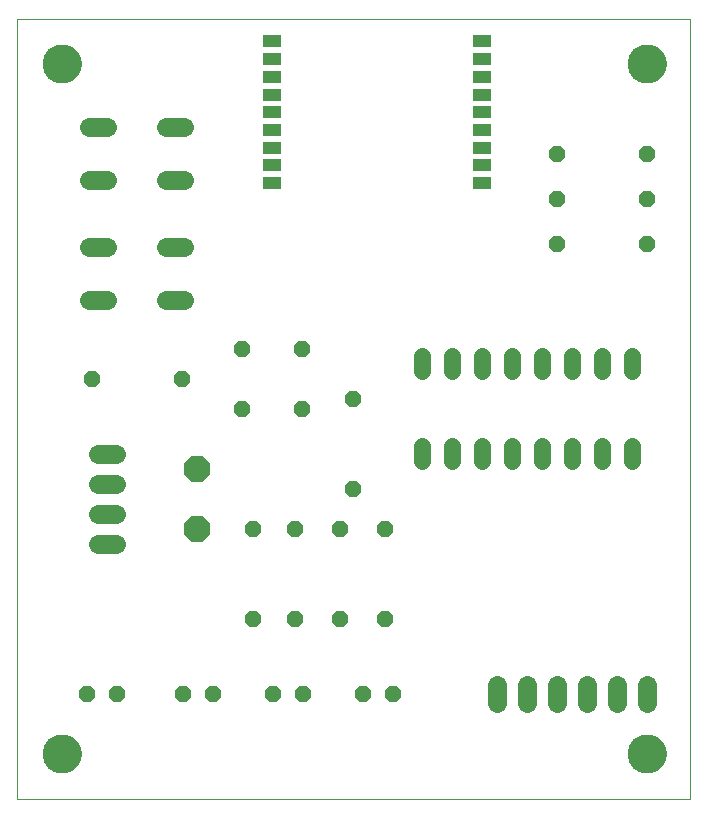
<source format=gts>
G75*
%MOIN*%
%OFA0B0*%
%FSLAX25Y25*%
%IPPOS*%
%LPD*%
%AMOC8*
5,1,8,0,0,1.08239X$1,22.5*
%
%ADD10C,0.00000*%
%ADD11C,0.12998*%
%ADD12OC8,0.05600*%
%ADD13C,0.06400*%
%ADD14R,0.06246X0.03943*%
%ADD15C,0.05600*%
%ADD16OC8,0.08900*%
D10*
X0001000Y0001000D02*
X0001000Y0260843D01*
X0225409Y0260843D01*
X0225409Y0001000D01*
X0001000Y0001000D01*
X0009701Y0016000D02*
X0009703Y0016158D01*
X0009709Y0016316D01*
X0009719Y0016474D01*
X0009733Y0016632D01*
X0009751Y0016789D01*
X0009772Y0016946D01*
X0009798Y0017102D01*
X0009828Y0017258D01*
X0009861Y0017413D01*
X0009899Y0017566D01*
X0009940Y0017719D01*
X0009985Y0017871D01*
X0010034Y0018022D01*
X0010087Y0018171D01*
X0010143Y0018319D01*
X0010203Y0018465D01*
X0010267Y0018610D01*
X0010335Y0018753D01*
X0010406Y0018895D01*
X0010480Y0019035D01*
X0010558Y0019172D01*
X0010640Y0019308D01*
X0010724Y0019442D01*
X0010813Y0019573D01*
X0010904Y0019702D01*
X0010999Y0019829D01*
X0011096Y0019954D01*
X0011197Y0020076D01*
X0011301Y0020195D01*
X0011408Y0020312D01*
X0011518Y0020426D01*
X0011631Y0020537D01*
X0011746Y0020646D01*
X0011864Y0020751D01*
X0011985Y0020853D01*
X0012108Y0020953D01*
X0012234Y0021049D01*
X0012362Y0021142D01*
X0012492Y0021232D01*
X0012625Y0021318D01*
X0012760Y0021402D01*
X0012896Y0021481D01*
X0013035Y0021558D01*
X0013176Y0021630D01*
X0013318Y0021700D01*
X0013462Y0021765D01*
X0013608Y0021827D01*
X0013755Y0021885D01*
X0013904Y0021940D01*
X0014054Y0021991D01*
X0014205Y0022038D01*
X0014357Y0022081D01*
X0014510Y0022120D01*
X0014665Y0022156D01*
X0014820Y0022187D01*
X0014976Y0022215D01*
X0015132Y0022239D01*
X0015289Y0022259D01*
X0015447Y0022275D01*
X0015604Y0022287D01*
X0015763Y0022295D01*
X0015921Y0022299D01*
X0016079Y0022299D01*
X0016237Y0022295D01*
X0016396Y0022287D01*
X0016553Y0022275D01*
X0016711Y0022259D01*
X0016868Y0022239D01*
X0017024Y0022215D01*
X0017180Y0022187D01*
X0017335Y0022156D01*
X0017490Y0022120D01*
X0017643Y0022081D01*
X0017795Y0022038D01*
X0017946Y0021991D01*
X0018096Y0021940D01*
X0018245Y0021885D01*
X0018392Y0021827D01*
X0018538Y0021765D01*
X0018682Y0021700D01*
X0018824Y0021630D01*
X0018965Y0021558D01*
X0019104Y0021481D01*
X0019240Y0021402D01*
X0019375Y0021318D01*
X0019508Y0021232D01*
X0019638Y0021142D01*
X0019766Y0021049D01*
X0019892Y0020953D01*
X0020015Y0020853D01*
X0020136Y0020751D01*
X0020254Y0020646D01*
X0020369Y0020537D01*
X0020482Y0020426D01*
X0020592Y0020312D01*
X0020699Y0020195D01*
X0020803Y0020076D01*
X0020904Y0019954D01*
X0021001Y0019829D01*
X0021096Y0019702D01*
X0021187Y0019573D01*
X0021276Y0019442D01*
X0021360Y0019308D01*
X0021442Y0019172D01*
X0021520Y0019035D01*
X0021594Y0018895D01*
X0021665Y0018753D01*
X0021733Y0018610D01*
X0021797Y0018465D01*
X0021857Y0018319D01*
X0021913Y0018171D01*
X0021966Y0018022D01*
X0022015Y0017871D01*
X0022060Y0017719D01*
X0022101Y0017566D01*
X0022139Y0017413D01*
X0022172Y0017258D01*
X0022202Y0017102D01*
X0022228Y0016946D01*
X0022249Y0016789D01*
X0022267Y0016632D01*
X0022281Y0016474D01*
X0022291Y0016316D01*
X0022297Y0016158D01*
X0022299Y0016000D01*
X0022297Y0015842D01*
X0022291Y0015684D01*
X0022281Y0015526D01*
X0022267Y0015368D01*
X0022249Y0015211D01*
X0022228Y0015054D01*
X0022202Y0014898D01*
X0022172Y0014742D01*
X0022139Y0014587D01*
X0022101Y0014434D01*
X0022060Y0014281D01*
X0022015Y0014129D01*
X0021966Y0013978D01*
X0021913Y0013829D01*
X0021857Y0013681D01*
X0021797Y0013535D01*
X0021733Y0013390D01*
X0021665Y0013247D01*
X0021594Y0013105D01*
X0021520Y0012965D01*
X0021442Y0012828D01*
X0021360Y0012692D01*
X0021276Y0012558D01*
X0021187Y0012427D01*
X0021096Y0012298D01*
X0021001Y0012171D01*
X0020904Y0012046D01*
X0020803Y0011924D01*
X0020699Y0011805D01*
X0020592Y0011688D01*
X0020482Y0011574D01*
X0020369Y0011463D01*
X0020254Y0011354D01*
X0020136Y0011249D01*
X0020015Y0011147D01*
X0019892Y0011047D01*
X0019766Y0010951D01*
X0019638Y0010858D01*
X0019508Y0010768D01*
X0019375Y0010682D01*
X0019240Y0010598D01*
X0019104Y0010519D01*
X0018965Y0010442D01*
X0018824Y0010370D01*
X0018682Y0010300D01*
X0018538Y0010235D01*
X0018392Y0010173D01*
X0018245Y0010115D01*
X0018096Y0010060D01*
X0017946Y0010009D01*
X0017795Y0009962D01*
X0017643Y0009919D01*
X0017490Y0009880D01*
X0017335Y0009844D01*
X0017180Y0009813D01*
X0017024Y0009785D01*
X0016868Y0009761D01*
X0016711Y0009741D01*
X0016553Y0009725D01*
X0016396Y0009713D01*
X0016237Y0009705D01*
X0016079Y0009701D01*
X0015921Y0009701D01*
X0015763Y0009705D01*
X0015604Y0009713D01*
X0015447Y0009725D01*
X0015289Y0009741D01*
X0015132Y0009761D01*
X0014976Y0009785D01*
X0014820Y0009813D01*
X0014665Y0009844D01*
X0014510Y0009880D01*
X0014357Y0009919D01*
X0014205Y0009962D01*
X0014054Y0010009D01*
X0013904Y0010060D01*
X0013755Y0010115D01*
X0013608Y0010173D01*
X0013462Y0010235D01*
X0013318Y0010300D01*
X0013176Y0010370D01*
X0013035Y0010442D01*
X0012896Y0010519D01*
X0012760Y0010598D01*
X0012625Y0010682D01*
X0012492Y0010768D01*
X0012362Y0010858D01*
X0012234Y0010951D01*
X0012108Y0011047D01*
X0011985Y0011147D01*
X0011864Y0011249D01*
X0011746Y0011354D01*
X0011631Y0011463D01*
X0011518Y0011574D01*
X0011408Y0011688D01*
X0011301Y0011805D01*
X0011197Y0011924D01*
X0011096Y0012046D01*
X0010999Y0012171D01*
X0010904Y0012298D01*
X0010813Y0012427D01*
X0010724Y0012558D01*
X0010640Y0012692D01*
X0010558Y0012828D01*
X0010480Y0012965D01*
X0010406Y0013105D01*
X0010335Y0013247D01*
X0010267Y0013390D01*
X0010203Y0013535D01*
X0010143Y0013681D01*
X0010087Y0013829D01*
X0010034Y0013978D01*
X0009985Y0014129D01*
X0009940Y0014281D01*
X0009899Y0014434D01*
X0009861Y0014587D01*
X0009828Y0014742D01*
X0009798Y0014898D01*
X0009772Y0015054D01*
X0009751Y0015211D01*
X0009733Y0015368D01*
X0009719Y0015526D01*
X0009709Y0015684D01*
X0009703Y0015842D01*
X0009701Y0016000D01*
X0009701Y0246000D02*
X0009703Y0246158D01*
X0009709Y0246316D01*
X0009719Y0246474D01*
X0009733Y0246632D01*
X0009751Y0246789D01*
X0009772Y0246946D01*
X0009798Y0247102D01*
X0009828Y0247258D01*
X0009861Y0247413D01*
X0009899Y0247566D01*
X0009940Y0247719D01*
X0009985Y0247871D01*
X0010034Y0248022D01*
X0010087Y0248171D01*
X0010143Y0248319D01*
X0010203Y0248465D01*
X0010267Y0248610D01*
X0010335Y0248753D01*
X0010406Y0248895D01*
X0010480Y0249035D01*
X0010558Y0249172D01*
X0010640Y0249308D01*
X0010724Y0249442D01*
X0010813Y0249573D01*
X0010904Y0249702D01*
X0010999Y0249829D01*
X0011096Y0249954D01*
X0011197Y0250076D01*
X0011301Y0250195D01*
X0011408Y0250312D01*
X0011518Y0250426D01*
X0011631Y0250537D01*
X0011746Y0250646D01*
X0011864Y0250751D01*
X0011985Y0250853D01*
X0012108Y0250953D01*
X0012234Y0251049D01*
X0012362Y0251142D01*
X0012492Y0251232D01*
X0012625Y0251318D01*
X0012760Y0251402D01*
X0012896Y0251481D01*
X0013035Y0251558D01*
X0013176Y0251630D01*
X0013318Y0251700D01*
X0013462Y0251765D01*
X0013608Y0251827D01*
X0013755Y0251885D01*
X0013904Y0251940D01*
X0014054Y0251991D01*
X0014205Y0252038D01*
X0014357Y0252081D01*
X0014510Y0252120D01*
X0014665Y0252156D01*
X0014820Y0252187D01*
X0014976Y0252215D01*
X0015132Y0252239D01*
X0015289Y0252259D01*
X0015447Y0252275D01*
X0015604Y0252287D01*
X0015763Y0252295D01*
X0015921Y0252299D01*
X0016079Y0252299D01*
X0016237Y0252295D01*
X0016396Y0252287D01*
X0016553Y0252275D01*
X0016711Y0252259D01*
X0016868Y0252239D01*
X0017024Y0252215D01*
X0017180Y0252187D01*
X0017335Y0252156D01*
X0017490Y0252120D01*
X0017643Y0252081D01*
X0017795Y0252038D01*
X0017946Y0251991D01*
X0018096Y0251940D01*
X0018245Y0251885D01*
X0018392Y0251827D01*
X0018538Y0251765D01*
X0018682Y0251700D01*
X0018824Y0251630D01*
X0018965Y0251558D01*
X0019104Y0251481D01*
X0019240Y0251402D01*
X0019375Y0251318D01*
X0019508Y0251232D01*
X0019638Y0251142D01*
X0019766Y0251049D01*
X0019892Y0250953D01*
X0020015Y0250853D01*
X0020136Y0250751D01*
X0020254Y0250646D01*
X0020369Y0250537D01*
X0020482Y0250426D01*
X0020592Y0250312D01*
X0020699Y0250195D01*
X0020803Y0250076D01*
X0020904Y0249954D01*
X0021001Y0249829D01*
X0021096Y0249702D01*
X0021187Y0249573D01*
X0021276Y0249442D01*
X0021360Y0249308D01*
X0021442Y0249172D01*
X0021520Y0249035D01*
X0021594Y0248895D01*
X0021665Y0248753D01*
X0021733Y0248610D01*
X0021797Y0248465D01*
X0021857Y0248319D01*
X0021913Y0248171D01*
X0021966Y0248022D01*
X0022015Y0247871D01*
X0022060Y0247719D01*
X0022101Y0247566D01*
X0022139Y0247413D01*
X0022172Y0247258D01*
X0022202Y0247102D01*
X0022228Y0246946D01*
X0022249Y0246789D01*
X0022267Y0246632D01*
X0022281Y0246474D01*
X0022291Y0246316D01*
X0022297Y0246158D01*
X0022299Y0246000D01*
X0022297Y0245842D01*
X0022291Y0245684D01*
X0022281Y0245526D01*
X0022267Y0245368D01*
X0022249Y0245211D01*
X0022228Y0245054D01*
X0022202Y0244898D01*
X0022172Y0244742D01*
X0022139Y0244587D01*
X0022101Y0244434D01*
X0022060Y0244281D01*
X0022015Y0244129D01*
X0021966Y0243978D01*
X0021913Y0243829D01*
X0021857Y0243681D01*
X0021797Y0243535D01*
X0021733Y0243390D01*
X0021665Y0243247D01*
X0021594Y0243105D01*
X0021520Y0242965D01*
X0021442Y0242828D01*
X0021360Y0242692D01*
X0021276Y0242558D01*
X0021187Y0242427D01*
X0021096Y0242298D01*
X0021001Y0242171D01*
X0020904Y0242046D01*
X0020803Y0241924D01*
X0020699Y0241805D01*
X0020592Y0241688D01*
X0020482Y0241574D01*
X0020369Y0241463D01*
X0020254Y0241354D01*
X0020136Y0241249D01*
X0020015Y0241147D01*
X0019892Y0241047D01*
X0019766Y0240951D01*
X0019638Y0240858D01*
X0019508Y0240768D01*
X0019375Y0240682D01*
X0019240Y0240598D01*
X0019104Y0240519D01*
X0018965Y0240442D01*
X0018824Y0240370D01*
X0018682Y0240300D01*
X0018538Y0240235D01*
X0018392Y0240173D01*
X0018245Y0240115D01*
X0018096Y0240060D01*
X0017946Y0240009D01*
X0017795Y0239962D01*
X0017643Y0239919D01*
X0017490Y0239880D01*
X0017335Y0239844D01*
X0017180Y0239813D01*
X0017024Y0239785D01*
X0016868Y0239761D01*
X0016711Y0239741D01*
X0016553Y0239725D01*
X0016396Y0239713D01*
X0016237Y0239705D01*
X0016079Y0239701D01*
X0015921Y0239701D01*
X0015763Y0239705D01*
X0015604Y0239713D01*
X0015447Y0239725D01*
X0015289Y0239741D01*
X0015132Y0239761D01*
X0014976Y0239785D01*
X0014820Y0239813D01*
X0014665Y0239844D01*
X0014510Y0239880D01*
X0014357Y0239919D01*
X0014205Y0239962D01*
X0014054Y0240009D01*
X0013904Y0240060D01*
X0013755Y0240115D01*
X0013608Y0240173D01*
X0013462Y0240235D01*
X0013318Y0240300D01*
X0013176Y0240370D01*
X0013035Y0240442D01*
X0012896Y0240519D01*
X0012760Y0240598D01*
X0012625Y0240682D01*
X0012492Y0240768D01*
X0012362Y0240858D01*
X0012234Y0240951D01*
X0012108Y0241047D01*
X0011985Y0241147D01*
X0011864Y0241249D01*
X0011746Y0241354D01*
X0011631Y0241463D01*
X0011518Y0241574D01*
X0011408Y0241688D01*
X0011301Y0241805D01*
X0011197Y0241924D01*
X0011096Y0242046D01*
X0010999Y0242171D01*
X0010904Y0242298D01*
X0010813Y0242427D01*
X0010724Y0242558D01*
X0010640Y0242692D01*
X0010558Y0242828D01*
X0010480Y0242965D01*
X0010406Y0243105D01*
X0010335Y0243247D01*
X0010267Y0243390D01*
X0010203Y0243535D01*
X0010143Y0243681D01*
X0010087Y0243829D01*
X0010034Y0243978D01*
X0009985Y0244129D01*
X0009940Y0244281D01*
X0009899Y0244434D01*
X0009861Y0244587D01*
X0009828Y0244742D01*
X0009798Y0244898D01*
X0009772Y0245054D01*
X0009751Y0245211D01*
X0009733Y0245368D01*
X0009719Y0245526D01*
X0009709Y0245684D01*
X0009703Y0245842D01*
X0009701Y0246000D01*
X0204701Y0246000D02*
X0204703Y0246158D01*
X0204709Y0246316D01*
X0204719Y0246474D01*
X0204733Y0246632D01*
X0204751Y0246789D01*
X0204772Y0246946D01*
X0204798Y0247102D01*
X0204828Y0247258D01*
X0204861Y0247413D01*
X0204899Y0247566D01*
X0204940Y0247719D01*
X0204985Y0247871D01*
X0205034Y0248022D01*
X0205087Y0248171D01*
X0205143Y0248319D01*
X0205203Y0248465D01*
X0205267Y0248610D01*
X0205335Y0248753D01*
X0205406Y0248895D01*
X0205480Y0249035D01*
X0205558Y0249172D01*
X0205640Y0249308D01*
X0205724Y0249442D01*
X0205813Y0249573D01*
X0205904Y0249702D01*
X0205999Y0249829D01*
X0206096Y0249954D01*
X0206197Y0250076D01*
X0206301Y0250195D01*
X0206408Y0250312D01*
X0206518Y0250426D01*
X0206631Y0250537D01*
X0206746Y0250646D01*
X0206864Y0250751D01*
X0206985Y0250853D01*
X0207108Y0250953D01*
X0207234Y0251049D01*
X0207362Y0251142D01*
X0207492Y0251232D01*
X0207625Y0251318D01*
X0207760Y0251402D01*
X0207896Y0251481D01*
X0208035Y0251558D01*
X0208176Y0251630D01*
X0208318Y0251700D01*
X0208462Y0251765D01*
X0208608Y0251827D01*
X0208755Y0251885D01*
X0208904Y0251940D01*
X0209054Y0251991D01*
X0209205Y0252038D01*
X0209357Y0252081D01*
X0209510Y0252120D01*
X0209665Y0252156D01*
X0209820Y0252187D01*
X0209976Y0252215D01*
X0210132Y0252239D01*
X0210289Y0252259D01*
X0210447Y0252275D01*
X0210604Y0252287D01*
X0210763Y0252295D01*
X0210921Y0252299D01*
X0211079Y0252299D01*
X0211237Y0252295D01*
X0211396Y0252287D01*
X0211553Y0252275D01*
X0211711Y0252259D01*
X0211868Y0252239D01*
X0212024Y0252215D01*
X0212180Y0252187D01*
X0212335Y0252156D01*
X0212490Y0252120D01*
X0212643Y0252081D01*
X0212795Y0252038D01*
X0212946Y0251991D01*
X0213096Y0251940D01*
X0213245Y0251885D01*
X0213392Y0251827D01*
X0213538Y0251765D01*
X0213682Y0251700D01*
X0213824Y0251630D01*
X0213965Y0251558D01*
X0214104Y0251481D01*
X0214240Y0251402D01*
X0214375Y0251318D01*
X0214508Y0251232D01*
X0214638Y0251142D01*
X0214766Y0251049D01*
X0214892Y0250953D01*
X0215015Y0250853D01*
X0215136Y0250751D01*
X0215254Y0250646D01*
X0215369Y0250537D01*
X0215482Y0250426D01*
X0215592Y0250312D01*
X0215699Y0250195D01*
X0215803Y0250076D01*
X0215904Y0249954D01*
X0216001Y0249829D01*
X0216096Y0249702D01*
X0216187Y0249573D01*
X0216276Y0249442D01*
X0216360Y0249308D01*
X0216442Y0249172D01*
X0216520Y0249035D01*
X0216594Y0248895D01*
X0216665Y0248753D01*
X0216733Y0248610D01*
X0216797Y0248465D01*
X0216857Y0248319D01*
X0216913Y0248171D01*
X0216966Y0248022D01*
X0217015Y0247871D01*
X0217060Y0247719D01*
X0217101Y0247566D01*
X0217139Y0247413D01*
X0217172Y0247258D01*
X0217202Y0247102D01*
X0217228Y0246946D01*
X0217249Y0246789D01*
X0217267Y0246632D01*
X0217281Y0246474D01*
X0217291Y0246316D01*
X0217297Y0246158D01*
X0217299Y0246000D01*
X0217297Y0245842D01*
X0217291Y0245684D01*
X0217281Y0245526D01*
X0217267Y0245368D01*
X0217249Y0245211D01*
X0217228Y0245054D01*
X0217202Y0244898D01*
X0217172Y0244742D01*
X0217139Y0244587D01*
X0217101Y0244434D01*
X0217060Y0244281D01*
X0217015Y0244129D01*
X0216966Y0243978D01*
X0216913Y0243829D01*
X0216857Y0243681D01*
X0216797Y0243535D01*
X0216733Y0243390D01*
X0216665Y0243247D01*
X0216594Y0243105D01*
X0216520Y0242965D01*
X0216442Y0242828D01*
X0216360Y0242692D01*
X0216276Y0242558D01*
X0216187Y0242427D01*
X0216096Y0242298D01*
X0216001Y0242171D01*
X0215904Y0242046D01*
X0215803Y0241924D01*
X0215699Y0241805D01*
X0215592Y0241688D01*
X0215482Y0241574D01*
X0215369Y0241463D01*
X0215254Y0241354D01*
X0215136Y0241249D01*
X0215015Y0241147D01*
X0214892Y0241047D01*
X0214766Y0240951D01*
X0214638Y0240858D01*
X0214508Y0240768D01*
X0214375Y0240682D01*
X0214240Y0240598D01*
X0214104Y0240519D01*
X0213965Y0240442D01*
X0213824Y0240370D01*
X0213682Y0240300D01*
X0213538Y0240235D01*
X0213392Y0240173D01*
X0213245Y0240115D01*
X0213096Y0240060D01*
X0212946Y0240009D01*
X0212795Y0239962D01*
X0212643Y0239919D01*
X0212490Y0239880D01*
X0212335Y0239844D01*
X0212180Y0239813D01*
X0212024Y0239785D01*
X0211868Y0239761D01*
X0211711Y0239741D01*
X0211553Y0239725D01*
X0211396Y0239713D01*
X0211237Y0239705D01*
X0211079Y0239701D01*
X0210921Y0239701D01*
X0210763Y0239705D01*
X0210604Y0239713D01*
X0210447Y0239725D01*
X0210289Y0239741D01*
X0210132Y0239761D01*
X0209976Y0239785D01*
X0209820Y0239813D01*
X0209665Y0239844D01*
X0209510Y0239880D01*
X0209357Y0239919D01*
X0209205Y0239962D01*
X0209054Y0240009D01*
X0208904Y0240060D01*
X0208755Y0240115D01*
X0208608Y0240173D01*
X0208462Y0240235D01*
X0208318Y0240300D01*
X0208176Y0240370D01*
X0208035Y0240442D01*
X0207896Y0240519D01*
X0207760Y0240598D01*
X0207625Y0240682D01*
X0207492Y0240768D01*
X0207362Y0240858D01*
X0207234Y0240951D01*
X0207108Y0241047D01*
X0206985Y0241147D01*
X0206864Y0241249D01*
X0206746Y0241354D01*
X0206631Y0241463D01*
X0206518Y0241574D01*
X0206408Y0241688D01*
X0206301Y0241805D01*
X0206197Y0241924D01*
X0206096Y0242046D01*
X0205999Y0242171D01*
X0205904Y0242298D01*
X0205813Y0242427D01*
X0205724Y0242558D01*
X0205640Y0242692D01*
X0205558Y0242828D01*
X0205480Y0242965D01*
X0205406Y0243105D01*
X0205335Y0243247D01*
X0205267Y0243390D01*
X0205203Y0243535D01*
X0205143Y0243681D01*
X0205087Y0243829D01*
X0205034Y0243978D01*
X0204985Y0244129D01*
X0204940Y0244281D01*
X0204899Y0244434D01*
X0204861Y0244587D01*
X0204828Y0244742D01*
X0204798Y0244898D01*
X0204772Y0245054D01*
X0204751Y0245211D01*
X0204733Y0245368D01*
X0204719Y0245526D01*
X0204709Y0245684D01*
X0204703Y0245842D01*
X0204701Y0246000D01*
X0204701Y0016000D02*
X0204703Y0016158D01*
X0204709Y0016316D01*
X0204719Y0016474D01*
X0204733Y0016632D01*
X0204751Y0016789D01*
X0204772Y0016946D01*
X0204798Y0017102D01*
X0204828Y0017258D01*
X0204861Y0017413D01*
X0204899Y0017566D01*
X0204940Y0017719D01*
X0204985Y0017871D01*
X0205034Y0018022D01*
X0205087Y0018171D01*
X0205143Y0018319D01*
X0205203Y0018465D01*
X0205267Y0018610D01*
X0205335Y0018753D01*
X0205406Y0018895D01*
X0205480Y0019035D01*
X0205558Y0019172D01*
X0205640Y0019308D01*
X0205724Y0019442D01*
X0205813Y0019573D01*
X0205904Y0019702D01*
X0205999Y0019829D01*
X0206096Y0019954D01*
X0206197Y0020076D01*
X0206301Y0020195D01*
X0206408Y0020312D01*
X0206518Y0020426D01*
X0206631Y0020537D01*
X0206746Y0020646D01*
X0206864Y0020751D01*
X0206985Y0020853D01*
X0207108Y0020953D01*
X0207234Y0021049D01*
X0207362Y0021142D01*
X0207492Y0021232D01*
X0207625Y0021318D01*
X0207760Y0021402D01*
X0207896Y0021481D01*
X0208035Y0021558D01*
X0208176Y0021630D01*
X0208318Y0021700D01*
X0208462Y0021765D01*
X0208608Y0021827D01*
X0208755Y0021885D01*
X0208904Y0021940D01*
X0209054Y0021991D01*
X0209205Y0022038D01*
X0209357Y0022081D01*
X0209510Y0022120D01*
X0209665Y0022156D01*
X0209820Y0022187D01*
X0209976Y0022215D01*
X0210132Y0022239D01*
X0210289Y0022259D01*
X0210447Y0022275D01*
X0210604Y0022287D01*
X0210763Y0022295D01*
X0210921Y0022299D01*
X0211079Y0022299D01*
X0211237Y0022295D01*
X0211396Y0022287D01*
X0211553Y0022275D01*
X0211711Y0022259D01*
X0211868Y0022239D01*
X0212024Y0022215D01*
X0212180Y0022187D01*
X0212335Y0022156D01*
X0212490Y0022120D01*
X0212643Y0022081D01*
X0212795Y0022038D01*
X0212946Y0021991D01*
X0213096Y0021940D01*
X0213245Y0021885D01*
X0213392Y0021827D01*
X0213538Y0021765D01*
X0213682Y0021700D01*
X0213824Y0021630D01*
X0213965Y0021558D01*
X0214104Y0021481D01*
X0214240Y0021402D01*
X0214375Y0021318D01*
X0214508Y0021232D01*
X0214638Y0021142D01*
X0214766Y0021049D01*
X0214892Y0020953D01*
X0215015Y0020853D01*
X0215136Y0020751D01*
X0215254Y0020646D01*
X0215369Y0020537D01*
X0215482Y0020426D01*
X0215592Y0020312D01*
X0215699Y0020195D01*
X0215803Y0020076D01*
X0215904Y0019954D01*
X0216001Y0019829D01*
X0216096Y0019702D01*
X0216187Y0019573D01*
X0216276Y0019442D01*
X0216360Y0019308D01*
X0216442Y0019172D01*
X0216520Y0019035D01*
X0216594Y0018895D01*
X0216665Y0018753D01*
X0216733Y0018610D01*
X0216797Y0018465D01*
X0216857Y0018319D01*
X0216913Y0018171D01*
X0216966Y0018022D01*
X0217015Y0017871D01*
X0217060Y0017719D01*
X0217101Y0017566D01*
X0217139Y0017413D01*
X0217172Y0017258D01*
X0217202Y0017102D01*
X0217228Y0016946D01*
X0217249Y0016789D01*
X0217267Y0016632D01*
X0217281Y0016474D01*
X0217291Y0016316D01*
X0217297Y0016158D01*
X0217299Y0016000D01*
X0217297Y0015842D01*
X0217291Y0015684D01*
X0217281Y0015526D01*
X0217267Y0015368D01*
X0217249Y0015211D01*
X0217228Y0015054D01*
X0217202Y0014898D01*
X0217172Y0014742D01*
X0217139Y0014587D01*
X0217101Y0014434D01*
X0217060Y0014281D01*
X0217015Y0014129D01*
X0216966Y0013978D01*
X0216913Y0013829D01*
X0216857Y0013681D01*
X0216797Y0013535D01*
X0216733Y0013390D01*
X0216665Y0013247D01*
X0216594Y0013105D01*
X0216520Y0012965D01*
X0216442Y0012828D01*
X0216360Y0012692D01*
X0216276Y0012558D01*
X0216187Y0012427D01*
X0216096Y0012298D01*
X0216001Y0012171D01*
X0215904Y0012046D01*
X0215803Y0011924D01*
X0215699Y0011805D01*
X0215592Y0011688D01*
X0215482Y0011574D01*
X0215369Y0011463D01*
X0215254Y0011354D01*
X0215136Y0011249D01*
X0215015Y0011147D01*
X0214892Y0011047D01*
X0214766Y0010951D01*
X0214638Y0010858D01*
X0214508Y0010768D01*
X0214375Y0010682D01*
X0214240Y0010598D01*
X0214104Y0010519D01*
X0213965Y0010442D01*
X0213824Y0010370D01*
X0213682Y0010300D01*
X0213538Y0010235D01*
X0213392Y0010173D01*
X0213245Y0010115D01*
X0213096Y0010060D01*
X0212946Y0010009D01*
X0212795Y0009962D01*
X0212643Y0009919D01*
X0212490Y0009880D01*
X0212335Y0009844D01*
X0212180Y0009813D01*
X0212024Y0009785D01*
X0211868Y0009761D01*
X0211711Y0009741D01*
X0211553Y0009725D01*
X0211396Y0009713D01*
X0211237Y0009705D01*
X0211079Y0009701D01*
X0210921Y0009701D01*
X0210763Y0009705D01*
X0210604Y0009713D01*
X0210447Y0009725D01*
X0210289Y0009741D01*
X0210132Y0009761D01*
X0209976Y0009785D01*
X0209820Y0009813D01*
X0209665Y0009844D01*
X0209510Y0009880D01*
X0209357Y0009919D01*
X0209205Y0009962D01*
X0209054Y0010009D01*
X0208904Y0010060D01*
X0208755Y0010115D01*
X0208608Y0010173D01*
X0208462Y0010235D01*
X0208318Y0010300D01*
X0208176Y0010370D01*
X0208035Y0010442D01*
X0207896Y0010519D01*
X0207760Y0010598D01*
X0207625Y0010682D01*
X0207492Y0010768D01*
X0207362Y0010858D01*
X0207234Y0010951D01*
X0207108Y0011047D01*
X0206985Y0011147D01*
X0206864Y0011249D01*
X0206746Y0011354D01*
X0206631Y0011463D01*
X0206518Y0011574D01*
X0206408Y0011688D01*
X0206301Y0011805D01*
X0206197Y0011924D01*
X0206096Y0012046D01*
X0205999Y0012171D01*
X0205904Y0012298D01*
X0205813Y0012427D01*
X0205724Y0012558D01*
X0205640Y0012692D01*
X0205558Y0012828D01*
X0205480Y0012965D01*
X0205406Y0013105D01*
X0205335Y0013247D01*
X0205267Y0013390D01*
X0205203Y0013535D01*
X0205143Y0013681D01*
X0205087Y0013829D01*
X0205034Y0013978D01*
X0204985Y0014129D01*
X0204940Y0014281D01*
X0204899Y0014434D01*
X0204861Y0014587D01*
X0204828Y0014742D01*
X0204798Y0014898D01*
X0204772Y0015054D01*
X0204751Y0015211D01*
X0204733Y0015368D01*
X0204719Y0015526D01*
X0204709Y0015684D01*
X0204703Y0015842D01*
X0204701Y0016000D01*
D11*
X0211000Y0016000D03*
X0211000Y0246000D03*
X0016000Y0246000D03*
X0016000Y0016000D03*
D12*
X0024386Y0036000D03*
X0034386Y0036000D03*
X0056433Y0036000D03*
X0066433Y0036000D03*
X0079819Y0061000D03*
X0093874Y0061000D03*
X0108874Y0061000D03*
X0123874Y0061000D03*
X0126433Y0036000D03*
X0116433Y0036000D03*
X0096433Y0036000D03*
X0086433Y0036000D03*
X0079819Y0091000D03*
X0093874Y0091000D03*
X0108874Y0091000D03*
X0112969Y0104189D03*
X0123874Y0091000D03*
X0096000Y0131000D03*
X0112969Y0134189D03*
X0096000Y0151000D03*
X0076000Y0151000D03*
X0076000Y0131000D03*
X0056000Y0141000D03*
X0026000Y0141000D03*
X0181000Y0186000D03*
X0181000Y0201000D03*
X0181000Y0216000D03*
X0211000Y0216000D03*
X0211000Y0201000D03*
X0211000Y0186000D03*
D13*
X0211000Y0039000D02*
X0211000Y0033000D01*
X0201000Y0033000D02*
X0201000Y0039000D01*
X0191000Y0039000D02*
X0191000Y0033000D01*
X0181000Y0033000D02*
X0181000Y0039000D01*
X0171000Y0039000D02*
X0171000Y0033000D01*
X0161000Y0033000D02*
X0161000Y0039000D01*
X0056800Y0167100D02*
X0050800Y0167100D01*
X0050800Y0184900D02*
X0056800Y0184900D01*
X0056800Y0207100D02*
X0050800Y0207100D01*
X0050800Y0224900D02*
X0056800Y0224900D01*
X0031200Y0224900D02*
X0025200Y0224900D01*
X0025200Y0207100D02*
X0031200Y0207100D01*
X0031200Y0184900D02*
X0025200Y0184900D01*
X0025200Y0167100D02*
X0031200Y0167100D01*
X0034000Y0116000D02*
X0028000Y0116000D01*
X0028000Y0106000D02*
X0034000Y0106000D01*
X0034000Y0096000D02*
X0028000Y0096000D01*
X0028000Y0086000D02*
X0034000Y0086000D01*
D14*
X0085990Y0206118D03*
X0085990Y0212024D03*
X0085990Y0217929D03*
X0085990Y0223835D03*
X0085990Y0229740D03*
X0085990Y0235646D03*
X0085990Y0241551D03*
X0085990Y0247457D03*
X0085990Y0253362D03*
X0156010Y0253362D03*
X0156010Y0247457D03*
X0156010Y0241551D03*
X0156010Y0235646D03*
X0156010Y0229740D03*
X0156010Y0223835D03*
X0156010Y0217929D03*
X0156010Y0212024D03*
X0156010Y0206118D03*
D15*
X0156000Y0148600D02*
X0156000Y0143400D01*
X0146000Y0143400D02*
X0146000Y0148600D01*
X0136000Y0148600D02*
X0136000Y0143400D01*
X0136000Y0118600D02*
X0136000Y0113400D01*
X0146000Y0113400D02*
X0146000Y0118600D01*
X0156000Y0118600D02*
X0156000Y0113400D01*
X0166000Y0113400D02*
X0166000Y0118600D01*
X0176000Y0118600D02*
X0176000Y0113400D01*
X0186000Y0113400D02*
X0186000Y0118600D01*
X0196000Y0118600D02*
X0196000Y0113400D01*
X0206000Y0113400D02*
X0206000Y0118600D01*
X0206000Y0143400D02*
X0206000Y0148600D01*
X0196000Y0148600D02*
X0196000Y0143400D01*
X0186000Y0143400D02*
X0186000Y0148600D01*
X0176000Y0148600D02*
X0176000Y0143400D01*
X0166000Y0143400D02*
X0166000Y0148600D01*
D16*
X0061000Y0111000D03*
X0061000Y0091000D03*
M02*

</source>
